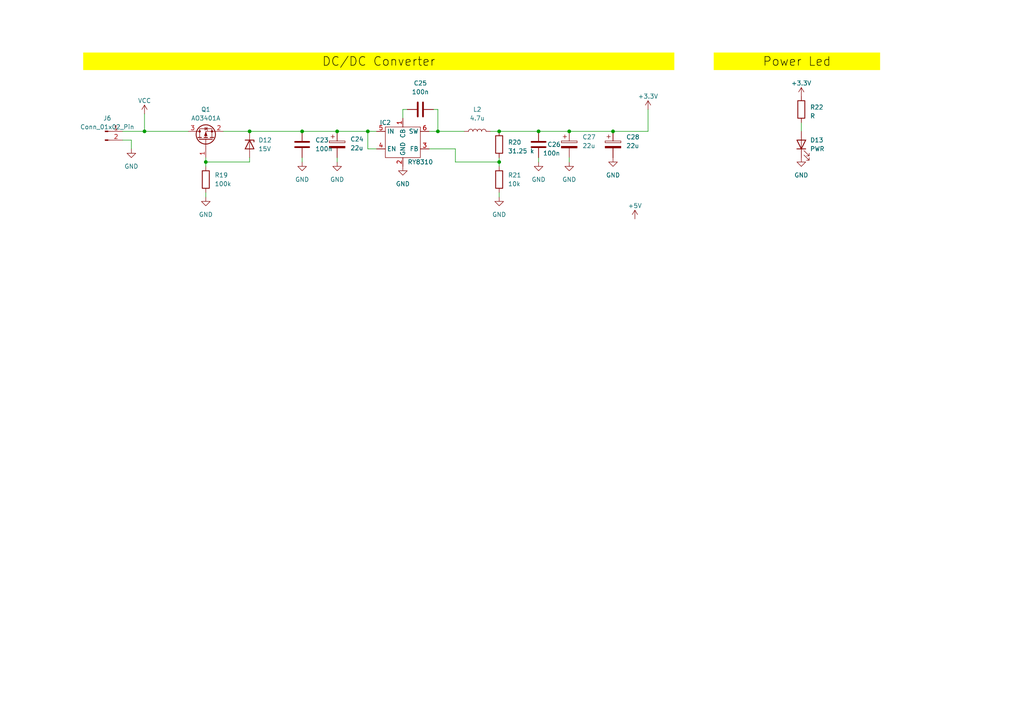
<source format=kicad_sch>
(kicad_sch (version 20231120) (generator "eeschema") (generator_version "8.0")
  (paper "A4")
  (lib_symbols
    (symbol "Connector:Conn_01x02_Pin" (pin_names (offset 1.016) hide)
      (property "Reference" "J" (at 0 2.54 0))
      (property "Value" "Conn_01x02_Pin" (at 0 -5.08 0))
      (symbol "Conn_01x02_Pin_1_1"
        (polyline (pts (xy 1.27 -2.54) (xy 0.8636 -2.54)) (stroke (width 0.1524)))
        (polyline (pts (xy 1.27 0) (xy 0.8636 0)) (stroke (width 0.1524)))
        (rectangle (start 0.8636 -2.413) (end 0 -2.667) (stroke (width 0.1524)) (fill (type outline)))
        (rectangle (start 0.8636 0.127) (end 0 -0.127) (stroke (width 0.1524)) (fill (type outline)))
        (pin passive line (at 5.08 0 180) (length 3.81) (name "Pin_1") (number "1"))
        (pin passive line (at 5.08 -2.54 180) (length 3.81) (name "Pin_2") (number "2"))
      )
    )
    (symbol "Device:C" (pin_numbers hide) (pin_names (offset 0.254))
      (property "Reference" "C" (at 0.635 2.54 0))
      (property "Value" "C" (at 0.635 -2.54 0))
      (symbol "C_0_1"
        (polyline (pts (xy -2.032 -0.762) (xy 2.032 -0.762)) (stroke (width 0.508)))
        (polyline (pts (xy -2.032 0.762) (xy 2.032 0.762)) (stroke (width 0.508)))
      )
      (symbol "C_1_1"
        (pin passive line (at 0 3.81 270) (length 2.794) (name "~") (number "1"))
        (pin passive line (at 0 -3.81 90) (length 2.794) (name "~") (number "2"))
      )
    )
    (symbol "Device:C_Polarized" (pin_numbers hide) (pin_names (offset 0.254))
      (property "Reference" "C" (at 0.635 2.54 0))
      (property "Value" "C_Polarized" (at 0.635 -2.54 0))
      (symbol "C_Polarized_0_1"
        (rectangle (start -2.286 0.508) (end 2.286 1.016))
        (polyline (pts (xy -1.778 2.286) (xy -0.762 2.286)))
        (polyline (pts (xy -1.27 2.794) (xy -1.27 1.778)))
        (rectangle (start 2.286 -0.508) (end -2.286 -1.016) (fill (type outline)))
      )
      (symbol "C_Polarized_1_1"
        (pin passive line (at 0 3.81 270) (length 2.794) (name "~") (number "1"))
        (pin passive line (at 0 -3.81 90) (length 2.794) (name "~") (number "2"))
      )
    )
    (symbol "Device:D_Zener" (pin_numbers hide) (pin_names (offset 1.016) hide)
      (property "Reference" "D" (at 0 2.54 0))
      (property "Value" "D_Zener" (at 0 -2.54 0))
      (symbol "D_Zener_0_1"
        (polyline (pts (xy 1.27 0) (xy -1.27 0)))
        (polyline (pts (xy -1.27 -1.27) (xy -1.27 1.27) (xy -0.762 1.27)) (stroke (width 0.254)))
        (polyline (pts (xy 1.27 -1.27) (xy 1.27 1.27) (xy -1.27 0) (xy 1.27 -1.27)) (stroke (width 0.254)))
      )
      (symbol "D_Zener_1_1"
        (pin passive line (at -3.81 0 0) (length 2.54) (name "K") (number "1"))
        (pin passive line (at 3.81 0 180) (length 2.54) (name "A") (number "2"))
      )
    )
    (symbol "Device:L" (pin_numbers hide) (pin_names (offset 1.016) hide)
      (property "Reference" "L" (at -1.27 0 90))
      (property "Value" "L" (at 1.905 0 90))
      (symbol "L_0_1"
        (arc (start 0 -2.54) (mid 0.6323 -1.905) (end 0 -1.27))
        (arc (start 0 -1.27) (mid 0.6323 -0.635) (end 0 0))
        (arc (start 0 0) (mid 0.6323 0.635) (end 0 1.27))
        (arc (start 0 1.27) (mid 0.6323 1.905) (end 0 2.54))
      )
      (symbol "L_1_1"
        (pin passive line (at 0 3.81 270) (length 1.27) (name "1") (number "1"))
        (pin passive line (at 0 -3.81 90) (length 1.27) (name "2") (number "2"))
      )
    )
    (symbol "Device:LED" (pin_numbers hide) (pin_names (offset 1.016) hide)
      (property "Reference" "D" (at 0 2.54 0))
      (property "Value" "LED" (at 0 -2.54 0))
      (symbol "LED_0_1"
        (polyline (pts (xy -1.27 -1.27) (xy -1.27 1.27)) (stroke (width 0.254)))
        (polyline (pts (xy -1.27 0) (xy 1.27 0)))
        (polyline (pts (xy 1.27 -1.27) (xy 1.27 1.27) (xy -1.27 0) (xy 1.27 -1.27)) (stroke (width 0.254)))
        (polyline (pts (xy -3.048 -0.762) (xy -4.572 -2.286) (xy -3.81 -2.286) (xy -4.572 -2.286) (xy -4.572 -1.524)))
        (polyline (pts (xy -1.778 -0.762) (xy -3.302 -2.286) (xy -2.54 -2.286) (xy -3.302 -2.286) (xy -3.302 -1.524)))
      )
      (symbol "LED_1_1"
        (pin passive line (at -3.81 0 0) (length 2.54) (name "K") (number "1"))
        (pin passive line (at 3.81 0 180) (length 2.54) (name "A") (number "2"))
      )
    )
    (symbol "Device:R" (pin_numbers hide) (pin_names (offset 0))
      (property "Reference" "R" (at 2.032 0 90))
      (property "Value" "R" (at 0 0 90))
      (symbol "R_0_1"
        (rectangle (start -1.016 -2.54) (end 1.016 2.54) (stroke (width 0.254)))
      )
      (symbol "R_1_1"
        (pin passive line (at 0 3.81 270) (length 1.27) (name "~") (number "1"))
        (pin passive line (at 0 -3.81 90) (length 1.27) (name "~") (number "2"))
      )
    )
    (symbol "Techbeard:RY8310"
      (property "Reference" "IC" (at -5.08 6.35 0))
      (property "Value" "RY8310" (at 5.08 6.35 0))
      (symbol "RY8310_0_1"
        (rectangle (start -5.08 5.08) (end 5.08 -3.81))
      )
      (symbol "RY8310_1_1"
        (pin input line (at 0 7.62 270) (length 2.54) (name "CB") (number "1"))
        (pin input line (at 0 -6.35 90) (length 2.54) (name "GND") (number "2"))
        (pin input line (at 7.62 -1.27 180) (length 2.54) (name "FB") (number "3"))
        (pin input line (at -7.62 -1.27 0) (length 2.54) (name "EN") (number "4"))
        (pin input line (at -7.62 3.81 0) (length 2.54) (name "IN") (number "5"))
        (pin input line (at 7.62 3.81 180) (length 2.54) (name "SW") (number "6"))
      )
    )
    (symbol "Transistor_FET:AO3401A" (pin_names hide)
      (property "Reference" "Q" (at 5.08 1.905 0))
      (property "Value" "AO3401A" (at 5.08 0 0))
      (symbol "AO3401A_0_1"
        (polyline (pts (xy 0.254 0) (xy -2.54 0)))
        (polyline (pts (xy 0.254 1.905) (xy 0.254 -1.905)) (stroke (width 0.254)))
        (polyline (pts (xy 0.762 -1.27) (xy 0.762 -2.286)) (stroke (width 0.254)))
        (polyline (pts (xy 0.762 0.508) (xy 0.762 -0.508)) (stroke (width 0.254)))
        (polyline (pts (xy 0.762 2.286) (xy 0.762 1.27)) (stroke (width 0.254)))
        (polyline (pts (xy 2.54 2.54) (xy 2.54 1.778)))
        (polyline (pts (xy 2.54 -2.54) (xy 2.54 0) (xy 0.762 0)))
        (polyline (pts (xy 0.762 1.778) (xy 3.302 1.778) (xy 3.302 -1.778) (xy 0.762 -1.778)))
        (polyline (pts (xy 2.286 0) (xy 1.27 0.381) (xy 1.27 -0.381) (xy 2.286 0)) (fill (type outline)))
        (polyline (pts (xy 2.794 -0.508) (xy 2.921 -0.381) (xy 3.683 -0.381) (xy 3.81 -0.254)))
        (polyline (pts (xy 3.302 -0.381) (xy 2.921 0.254) (xy 3.683 0.254) (xy 3.302 -0.381)))
        (circle (center 1.651 0) (radius 2.794) (stroke (width 0.254)))
        (circle (center 2.54 -1.778) (radius 0.254) (fill (type outline)))
        (circle (center 2.54 1.778) (radius 0.254) (fill (type outline)))
      )
      (symbol "AO3401A_1_1"
        (pin input line (at -5.08 0 0) (length 2.54) (name "G") (number "1"))
        (pin passive line (at 2.54 -5.08 90) (length 2.54) (name "S") (number "2"))
        (pin passive line (at 2.54 5.08 270) (length 2.54) (name "D") (number "3"))
      )
    )
    (symbol "power:+3.3V" (power) (pin_names (offset 0))
      (property "Value" "+3.3V" (at 0 3.556 0))
      (symbol "+3.3V_0_1"
        (polyline (pts (xy -0.762 1.27) (xy 0 2.54)))
        (polyline (pts (xy 0 0) (xy 0 2.54)))
        (polyline (pts (xy 0 2.54) (xy 0.762 1.27)))
      )
      (symbol "+3.3V_1_1"
        (pin power_in line (at 0 0 90) (length 0) hide (name "+3.3V") (number "1"))
      )
    )
    (symbol "power:+5V" (power) (pin_names (offset 0))
      (property "Value" "+5V" (at 0 3.556 0))
      (symbol "+5V_0_1"
        (polyline (pts (xy -0.762 1.27) (xy 0 2.54)))
        (polyline (pts (xy 0 0) (xy 0 2.54)))
        (polyline (pts (xy 0 2.54) (xy 0.762 1.27)))
      )
      (symbol "+5V_1_1"
        (pin power_in line (at 0 0 90) (length 0) hide (name "+5V") (number "1"))
      )
    )
    (symbol "power:GND" (power) (pin_names (offset 0))
      (property "Value" "GND" (at 0 -3.81 0))
      (symbol "GND_0_1"
        (polyline (pts (xy 0 0) (xy 0 -1.27) (xy 1.27 -1.27) (xy 0 -2.54) (xy -1.27 -1.27) (xy 0 -1.27)))
      )
      (symbol "GND_1_1"
        (pin power_in line (at 0 0 270) (length 0) hide (name "GND") (number "1"))
      )
    )
    (symbol "power:VCC" (power) (pin_names (offset 0))
      (property "Value" "VCC" (at 0 3.81 0))
      (symbol "VCC_0_1"
        (polyline (pts (xy -0.762 1.27) (xy 0 2.54)))
        (polyline (pts (xy 0 0) (xy 0 2.54)))
        (polyline (pts (xy 0 2.54) (xy 0.762 1.27)))
      )
      (symbol "VCC_1_1"
        (pin power_in line (at 0 0 90) (length 0) hide (name "VCC") (number "1"))
      )
    )
  )
  (junction (at 72.39 38.1))
  (junction (at 144.78 46.99))
  (junction (at 87.63 38.1))
  (junction (at 156.21 38.1))
  (junction (at 165.1 38.1))
  (junction (at 144.78 38.1))
  (junction (at 106.68 38.1))
  (junction (at 177.8 38.1))
  (junction (at 59.69 46.99))
  (junction (at 41.91 38.1))
  (junction (at 97.79 38.1))
  (junction (at 127 38.1))
  (wire (pts (xy 35.56 40.64) (xy 38.1 40.64)))
  (wire (pts (xy 177.8 38.1) (xy 187.96 38.1)))
  (wire (pts (xy 109.22 43.18) (xy 106.68 43.18)))
  (wire (pts (xy 132.08 46.99) (xy 144.78 46.99)))
  (wire (pts (xy 124.46 43.18) (xy 132.08 43.18)))
  (wire (pts (xy 72.39 46.99) (xy 59.69 46.99)))
  (wire (pts (xy 125.73 31.75) (xy 127 31.75)))
  (wire (pts (xy 124.46 38.1) (xy 127 38.1)))
  (wire (pts (xy 156.21 45.72) (xy 156.21 46.99)))
  (wire (pts (xy 87.63 45.72) (xy 87.63 46.99)))
  (wire (pts (xy 59.69 46.99) (xy 59.69 48.26)))
  (wire (pts (xy 41.91 38.1) (xy 54.61 38.1)))
  (wire (pts (xy 97.79 45.72) (xy 97.79 46.99)))
  (wire (pts (xy 35.56 38.1) (xy 41.91 38.1)))
  (wire (pts (xy 127 38.1) (xy 134.62 38.1)))
  (wire (pts (xy 59.69 45.72) (xy 59.69 46.99)))
  (wire (pts (xy 144.78 45.72) (xy 144.78 46.99)))
  (wire (pts (xy 97.79 38.1) (xy 106.68 38.1)))
  (wire (pts (xy 72.39 38.1) (xy 87.63 38.1)))
  (wire (pts (xy 144.78 46.99) (xy 144.78 48.26)))
  (wire (pts (xy 132.08 43.18) (xy 132.08 46.99)))
  (wire (pts (xy 106.68 43.18) (xy 106.68 38.1)))
  (wire (pts (xy 142.24 38.1) (xy 144.78 38.1)))
  (wire (pts (xy 87.63 38.1) (xy 97.79 38.1)))
  (wire (pts (xy 106.68 38.1) (xy 109.22 38.1)))
  (wire (pts (xy 59.69 55.88) (xy 59.69 57.15)))
  (wire (pts (xy 38.1 40.64) (xy 38.1 43.18)))
  (wire (pts (xy 41.91 33.02) (xy 41.91 38.1)))
  (wire (pts (xy 144.78 55.88) (xy 144.78 57.15)))
  (wire (pts (xy 156.21 38.1) (xy 165.1 38.1)))
  (wire (pts (xy 144.78 38.1) (xy 156.21 38.1)))
  (wire (pts (xy 72.39 45.72) (xy 72.39 46.99)))
  (wire (pts (xy 64.77 38.1) (xy 72.39 38.1)))
  (wire (pts (xy 232.41 35.56) (xy 232.41 38.1)))
  (wire (pts (xy 165.1 45.72) (xy 165.1 46.99)))
  (wire (pts (xy 187.96 31.75) (xy 187.96 38.1)))
  (wire (pts (xy 165.1 38.1) (xy 177.8 38.1)))
  (wire (pts (xy 116.84 31.75) (xy 116.84 34.29)))
  (wire (pts (xy 116.84 31.75) (xy 118.11 31.75)))
  (wire (pts (xy 127 31.75) (xy 127 38.1)))
  (text_box "Power Led" (at 207.01 15.24 0) (size 48.26 5.08) (stroke (width -0.0001)) (fill (type color) (color 255 255 0 1)) (effects (font (size 2.54 2.54))))
  (text_box "DC/DC Converter" (at 24.13 15.24 0) (size 171.45 5.08) (stroke (width -0.0001)) (fill (type color) (color 255 255 0 1)) (effects (font (size 2.54 2.54))))
  (symbol (lib_id "power:GND") (at 59.69 57.15 0) (unit 1)
    (property "Reference" "#PWR050" (effects (hide yes)))
    (property "Value" "GND" (at 59.69 62.23 0))
  )
  (symbol (lib_id "Device:L") (at 138.43 38.1 90) (unit 1)
    (property "Reference" "L2" (at 138.43 31.75 90))
    (property "Value" "4.7u" (at 138.43 34.29 90))
    (property "Footprint" "Techbeard:L_0630" (effects (hide yes)))
  )
  (symbol (lib_id "Device:C_Polarized") (at 165.1 41.91 0) (unit 1)
    (property "Reference" "C27" (at 168.91 39.7509 0) (effects (justify left)))
    (property "Value" "22u" (at 168.91 42.2909 0) (effects (justify left)))
    (property "Footprint" "Capacitor_SMD:CP_Elec_5x5.4" (effects (hide yes)))
  )
  (symbol (lib_id "power:GND") (at 97.79 46.99 0) (unit 1)
    (property "Reference" "#PWR052" (effects (hide yes)))
    (property "Value" "GND" (at 97.79 52.07 0))
  )
  (symbol (lib_id "power:GND") (at 232.41 45.72 0) (unit 1)
    (property "Reference" "#PWR061" (effects (hide yes)))
    (property "Value" "GND" (at 232.41 50.8 0))
  )
  (symbol (lib_id "Device:C") (at 87.63 41.91 0) (unit 1)
    (property "Reference" "C23" (at 91.44 40.6399 0) (effects (justify left)))
    (property "Value" "100n" (at 91.44 43.1799 0) (effects (justify left)))
    (property "Footprint" "Capacitor_SMD:C_0402_1005Metric" (effects (hide yes)))
  )
  (symbol (lib_id "power:+3.3V") (at 187.96 31.75 0) (unit 1)
    (property "Reference" "#PWR059" (effects (hide yes)))
    (property "Value" "+3.3V" (at 187.96 27.94 0))
  )
  (symbol (lib_id "Techbeard:RY8310") (at 116.84 41.91 0) (unit 1)
    (property "Reference" "IC2" (at 111.76 35.56 0))
    (property "Value" "RY8310" (at 121.92 46.99 0))
    (property "Footprint" "Package_TO_SOT_SMD:SOT-23-6" (effects (hide yes)))
    (property "Datasheet" "https://datasheet.lcsc.com/lcsc/2202151030_RYCHIP-Semiconductor-Inc--RY8310_C370876.pdf" (effects (hide yes)))
  )
  (symbol (lib_id "Device:R") (at 144.78 41.91 180) (unit 1)
    (property "Reference" "R20" (at 147.32 41.275 0) (effects (justify right)))
    (property "Value" "31.25 k" (at 147.32 43.815 0) (effects (justify right)))
    (property "Footprint" "Resistor_SMD:R_0402_1005Metric" (effects (hide yes)))
  )
  (symbol (lib_id "power:GND") (at 144.78 57.15 0) (unit 1)
    (property "Reference" "#PWR054" (effects (hide yes)))
    (property "Value" "GND" (at 144.78 62.23 0))
  )
  (symbol (lib_id "power:GND") (at 177.8 45.72 0) (unit 1)
    (property "Reference" "#PWR057" (effects (hide yes)))
    (property "Value" "GND" (at 177.8 50.8 0))
  )
  (symbol (lib_id "power:+5V") (at 184.15 63.5 0) (unit 1)
    (property "Reference" "#PWR058" (effects (hide yes)))
    (property "Value" "+5V" (at 184.15 59.69 0))
  )
  (symbol (lib_id "Transistor_FET:AO3401A") (at 59.69 40.64 90) (unit 1)
    (property "Reference" "Q1" (at 59.69 31.75 90))
    (property "Value" "AO3401A" (at 59.69 34.29 90))
    (property "Footprint" "Package_TO_SOT_SMD:TSOT-23" (effects (hide yes)))
    (property "Datasheet" "http://www.aosmd.com/pdfs/datasheet/AO3401A.pdf" (effects (hide yes)))
  )
  (symbol (lib_id "Device:R") (at 144.78 52.07 180) (unit 1)
    (property "Reference" "R21" (at 147.32 50.7999 0) (effects (justify right)))
    (property "Value" "10k" (at 147.32 53.3399 0) (effects (justify right)))
    (property "Footprint" "Resistor_SMD:R_0402_1005Metric" (effects (hide yes)))
  )
  (symbol (lib_id "power:GND") (at 165.1 46.99 0) (unit 1)
    (property "Reference" "#PWR056" (effects (hide yes)))
    (property "Value" "GND" (at 165.1 52.07 0))
  )
  (symbol (lib_id "power:GND") (at 87.63 46.99 0) (unit 1)
    (property "Reference" "#PWR051" (effects (hide yes)))
    (property "Value" "GND" (at 87.63 52.07 0))
  )
  (symbol (lib_id "Device:C") (at 156.21 41.91 0) (unit 1)
    (property "Reference" "C26" (at 158.75 41.91 0) (effects (justify left)))
    (property "Value" "100n" (at 157.48 44.45 0) (effects (justify left)))
    (property "Footprint" "Capacitor_SMD:C_0402_1005Metric" (effects (hide yes)))
  )
  (symbol (lib_id "Device:R") (at 232.41 31.75 0) (unit 1)
    (property "Reference" "R22" (at 234.95 31.115 0) (effects (justify left)))
    (property "Value" "R" (at 234.95 33.655 0) (effects (justify left)))
    (property "Footprint" "Resistor_SMD:R_0402_1005Metric" (effects (hide yes)))
  )
  (symbol (lib_id "Device:D_Zener") (at 72.39 41.91 270) (unit 1)
    (property "Reference" "D12" (at 74.93 40.6399 90) (effects (justify left)))
    (property "Value" "15V" (at 74.93 43.1799 90) (effects (justify left)))
    (property "Footprint" "Diode_SMD:D_SOD-323" (effects (hide yes)))
  )
  (symbol (lib_id "power:GND") (at 156.21 46.99 0) (unit 1)
    (property "Reference" "#PWR055" (effects (hide yes)))
    (property "Value" "GND" (at 156.21 52.07 0))
  )
  (symbol (lib_id "power:GND") (at 38.1 43.18 0) (unit 1)
    (property "Reference" "#PWR048" (effects (hide yes)))
    (property "Value" "GND" (at 38.1 48.26 0))
  )
  (symbol (lib_id "power:VCC") (at 41.91 33.02 0) (unit 1)
    (property "Reference" "#PWR049" (effects (hide yes)))
    (property "Value" "VCC" (at 41.91 29.21 0))
  )
  (symbol (lib_id "power:+3.3V") (at 232.41 27.94 0) (unit 1)
    (property "Reference" "#PWR060" (effects (hide yes)))
    (property "Value" "+3.3V" (at 232.41 24.13 0))
  )
  (symbol (lib_id "Device:C_Polarized") (at 97.79 41.91 0) (unit 1)
    (property "Reference" "C24" (at 101.6 40.386 0) (effects (justify left)))
    (property "Value" "22u" (at 101.6 42.926 0) (effects (justify left)))
    (property "Footprint" "Capacitor_SMD:CP_Elec_5x5.4" (effects (hide yes)))
  )
  (symbol (lib_id "power:GND") (at 116.84 48.26 0) (unit 1)
    (property "Reference" "#PWR053" (effects (hide yes)))
    (property "Value" "GND" (at 116.84 53.34 0))
  )
  (symbol (lib_id "Device:LED") (at 232.41 41.91 90) (unit 1)
    (property "Reference" "D13" (at 234.95 40.64 90) (effects (justify right)))
    (property "Value" "PWR" (at 234.95 43.18 90) (effects (justify right)))
  )
  (symbol (lib_id "Device:R") (at 59.69 52.07 0) (unit 1)
    (property "Reference" "R19" (at 62.23 50.7999 0) (effects (justify left)))
    (property "Value" "100k" (at 62.23 53.3399 0) (effects (justify left)))
    (property "Footprint" "Resistor_SMD:R_0402_1005Metric" (effects (hide yes)))
  )
  (symbol (lib_id "Device:C") (at 121.92 31.75 90) (unit 1)
    (property "Reference" "C25" (at 121.92 24.13 90))
    (property "Value" "100n" (at 121.92 26.67 90))
    (property "Footprint" "Capacitor_SMD:C_0402_1005Metric" (effects (hide yes)))
  )
  (symbol (lib_id "Connector:Conn_01x02_Pin") (at 30.48 38.1 0) (unit 1)
    (property "Reference" "J6" (at 31.115 34.29 0))
    (property "Value" "Conn_01x02_Pin" (at 31.115 36.83 0))
    (property "Footprint" "Connector_JST:JST_PH_B2B-PH-SM4-TB_1x02-1MP_P2.00mm_Vertical" (effects (hide yes)))
  )
  (symbol (lib_id "Device:C_Polarized") (at 177.8 41.91 0) (unit 1)
    (property "Reference" "C28" (at 181.61 39.7509 0) (effects (justify left)))
    (property "Value" "22u" (at 181.61 42.2909 0) (effects (justify left)))
    (property "Footprint" "Capacitor_SMD:CP_Elec_5x5.4" (effects (hide yes)))
  )
)
</source>
